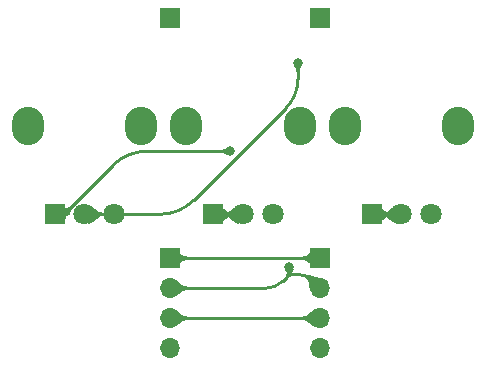
<source format=gbr>
%TF.GenerationSoftware,KiCad,Pcbnew,(6.0.1)*%
%TF.CreationDate,2022-07-11T12:53:36-07:00*%
%TF.ProjectId,ratt-rounded,72617474-2d72-46f7-956e-6465642e6b69,rev?*%
%TF.SameCoordinates,Original*%
%TF.FileFunction,Copper,L1,Top*%
%TF.FilePolarity,Positive*%
%FSLAX46Y46*%
G04 Gerber Fmt 4.6, Leading zero omitted, Abs format (unit mm)*
G04 Created by KiCad (PCBNEW (6.0.1)) date 2022-07-11 12:53:36*
%MOMM*%
%LPD*%
G01*
G04 APERTURE LIST*
%TA.AperFunction,ComponentPad*%
%ADD10O,2.720000X3.240000*%
%TD*%
%TA.AperFunction,ComponentPad*%
%ADD11R,1.800000X1.800000*%
%TD*%
%TA.AperFunction,ComponentPad*%
%ADD12C,1.800000*%
%TD*%
%TA.AperFunction,ComponentPad*%
%ADD13R,1.700000X1.700000*%
%TD*%
%TA.AperFunction,ComponentPad*%
%ADD14O,1.700000X1.700000*%
%TD*%
%TA.AperFunction,ViaPad*%
%ADD15C,0.800000*%
%TD*%
%TA.AperFunction,Conductor*%
%ADD16C,0.250000*%
%TD*%
G04 APERTURE END LIST*
D10*
%TO.P,RV1,*%
%TO.N,*%
X30810000Y-33350000D03*
X40410000Y-33350000D03*
D11*
%TO.P,RV1,1,1*%
%TO.N,Net-(D1-Pad2)*%
X33110000Y-40850000D03*
D12*
%TO.P,RV1,2,2*%
X35610000Y-40850000D03*
%TO.P,RV1,3,3*%
%TO.N,Net-(R4-Pad1)*%
X38110000Y-40850000D03*
%TD*%
D10*
%TO.P,RV2,*%
%TO.N,*%
X44215000Y-33350000D03*
X53815000Y-33350000D03*
D11*
%TO.P,RV2,1,1*%
%TO.N,Net-(C10-Pad1)*%
X46515000Y-40850000D03*
D12*
%TO.P,RV2,2,2*%
X49015000Y-40850000D03*
%TO.P,RV2,3,3*%
%TO.N,Net-(R8-Pad1)*%
X51515000Y-40850000D03*
%TD*%
D10*
%TO.P,RV3,*%
%TO.N,*%
X26975000Y-33350000D03*
X17375000Y-33350000D03*
D11*
%TO.P,RV3,1,1*%
%TO.N,Net-(C2-Pad1)*%
X19675000Y-40850000D03*
D12*
%TO.P,RV3,2,2*%
%TO.N,Net-(C8-Pad1)*%
X22175000Y-40850000D03*
%TO.P,RV3,3,3*%
X24675000Y-40850000D03*
%TD*%
D13*
%TO.P,J4,1,Pin_1*%
%TO.N,unconnected-(J4-Pad1)*%
X42100000Y-24240000D03*
%TD*%
%TO.P,J2,1,Pin_1*%
%TO.N,+9V*%
X42100000Y-44560000D03*
D14*
%TO.P,J2,2,Pin_2*%
%TO.N,GND*%
X42100000Y-47100000D03*
%TO.P,J2,3,Pin_3*%
%TO.N,INPUT*%
X42100000Y-49640000D03*
%TO.P,J2,4,Pin_4*%
%TO.N,OUTPUT*%
X42100000Y-52180000D03*
%TD*%
D13*
%TO.P,J1,1,Pin_1*%
%TO.N,+9V*%
X29400000Y-44560000D03*
D14*
%TO.P,J1,2,Pin_2*%
%TO.N,GND*%
X29400000Y-47100000D03*
%TO.P,J1,3,Pin_3*%
%TO.N,INPUT*%
X29400000Y-49640000D03*
%TO.P,J1,4,Pin_4*%
%TO.N,OUTPUT*%
X29400000Y-52180000D03*
%TD*%
D13*
%TO.P,J3,1,Pin_1*%
%TO.N,unconnected-(J3-Pad1)*%
X29400000Y-24240000D03*
%TD*%
D15*
%TO.N,GND*%
X39543500Y-45343000D03*
%TO.N,Net-(C2-Pad1)*%
X34490900Y-35503000D03*
%TO.N,Net-(C8-Pad1)*%
X40257700Y-28022900D03*
%TD*%
D16*
%TO.N,Net-(C8-Pad1)*%
X28547027Y-40849999D02*
G75*
G03*
X31432843Y-39654654I-4J4081170D01*
G01*
X39265310Y-31822189D02*
G75*
G03*
X40257700Y-29426350I-2395842J2395842D01*
G01*
X25925000Y-40850000D02*
X23425000Y-40850000D01*
%TO.N,Net-(C2-Pad1)*%
X20670550Y-40850000D02*
G75*
G03*
X20900300Y-40620250I-3J229753D01*
G01*
X24592455Y-36698344D02*
G75*
G02*
X27478272Y-35503000I2885813J-2885809D01*
G01*
X20900300Y-40620250D02*
G75*
G02*
X21062757Y-40228042I554663J2D01*
G01*
%TO.N,GND*%
X37537137Y-47099999D02*
G75*
G03*
X38955849Y-46512349I-3J2006366D01*
G01*
X39543499Y-45633850D02*
G75*
G02*
X39337836Y-46130361I-702183J5D01*
G01*
X39337837Y-46130362D02*
G75*
G02*
X39834350Y-45924700I496509J-496505D01*
G01*
X39834350Y-45924700D02*
G75*
G02*
X39543500Y-45633850I-2J290848D01*
G01*
X40234100Y-45924700D02*
G75*
G02*
X41413027Y-46413027I-1J-1667258D01*
G01*
X41413027Y-46413027D02*
X42100000Y-47100000D01*
X39834350Y-45924700D02*
X40234100Y-45924700D01*
X38955849Y-46512349D02*
X39337837Y-46130362D01*
X37537137Y-47100000D02*
X29400000Y-47100000D01*
X39543500Y-45633850D02*
X39543500Y-45343000D01*
%TO.N,INPUT*%
X29400000Y-49640000D02*
X42100000Y-49640000D01*
%TO.N,Net-(C2-Pad1)*%
X20670550Y-40850000D02*
X19675000Y-40850000D01*
X24592455Y-36698344D02*
X21062757Y-40228042D01*
X34490900Y-35503000D02*
X27478272Y-35503000D01*
%TO.N,Net-(C10-Pad1)*%
X49015000Y-40850000D02*
X46515000Y-40850000D01*
%TO.N,+9V*%
X29400000Y-44560000D02*
X42100000Y-44560000D01*
%TO.N,Net-(C8-Pad1)*%
X31432844Y-39654655D02*
X39265310Y-31822189D01*
X23425000Y-40850000D02*
X22175000Y-40850000D01*
X25925000Y-40850000D02*
X28547027Y-40850000D01*
X40257700Y-28022900D02*
X40257700Y-29426350D01*
%TO.N,Net-(D1-Pad2)*%
X35610000Y-40850000D02*
X33110000Y-40850000D01*
%TD*%
%TA.AperFunction,Conductor*%
%TO.N,GND*%
G36*
X39565978Y-45154059D02*
G01*
X39567257Y-45155817D01*
X39638779Y-45276232D01*
X39638781Y-45276235D01*
X39838737Y-45612878D01*
X39785462Y-45675521D01*
X39743962Y-45732764D01*
X39711037Y-45786236D01*
X39683486Y-45837568D01*
X39659452Y-45885704D01*
X39658449Y-45887712D01*
X39658448Y-45887713D01*
X39658116Y-45888379D01*
X39658079Y-45888452D01*
X39631821Y-45940116D01*
X39631604Y-45940524D01*
X39617764Y-45965242D01*
X39601254Y-45994727D01*
X39600884Y-45995340D01*
X39578248Y-46030488D01*
X39563259Y-46053760D01*
X39562793Y-46054432D01*
X39514591Y-46118891D01*
X39514095Y-46119509D01*
X39459718Y-46182792D01*
X39451727Y-46186834D01*
X39442950Y-46183803D01*
X39275230Y-46030488D01*
X39271436Y-46022376D01*
X39273818Y-46014760D01*
X39311150Y-45965775D01*
X39311151Y-45965774D01*
X39311556Y-45965242D01*
X39335889Y-45911114D01*
X39343297Y-45859788D01*
X39336743Y-45810170D01*
X39319195Y-45761163D01*
X39293616Y-45711673D01*
X39282158Y-45692576D01*
X39262973Y-45660603D01*
X39230351Y-45607058D01*
X39230110Y-45606643D01*
X39198591Y-45549773D01*
X39198153Y-45548899D01*
X39173845Y-45494835D01*
X39173578Y-45485884D01*
X39176783Y-45481257D01*
X39501629Y-45195144D01*
X39526991Y-45172806D01*
X39549464Y-45153012D01*
X39557938Y-45150115D01*
X39565978Y-45154059D01*
G37*
%TD.AperFunction*%
%TD*%
%TA.AperFunction,Conductor*%
%TO.N,GND*%
G36*
X39521823Y-45168009D02*
G01*
X39639207Y-45276952D01*
X39639208Y-45276954D01*
X39639822Y-45277524D01*
X39639823Y-45277525D01*
X39895101Y-45514445D01*
X39898834Y-45522585D01*
X39897345Y-45528747D01*
X39885746Y-45549413D01*
X39885438Y-45549930D01*
X39864480Y-45583150D01*
X39841112Y-45619358D01*
X39818112Y-45656517D01*
X39798095Y-45692846D01*
X39783679Y-45726564D01*
X39777480Y-45755890D01*
X39782115Y-45779042D01*
X39783640Y-45780324D01*
X39783641Y-45780325D01*
X39798981Y-45793216D01*
X39798982Y-45793217D01*
X39800199Y-45794239D01*
X39824499Y-45798125D01*
X39832126Y-45802815D01*
X39834350Y-45809678D01*
X39834350Y-46036054D01*
X39830923Y-46044327D01*
X39822650Y-46047754D01*
X39820865Y-46047617D01*
X39780776Y-46041429D01*
X39776887Y-46040098D01*
X39738359Y-46018732D01*
X39735387Y-46016383D01*
X39706260Y-45984433D01*
X39704714Y-45982296D01*
X39682232Y-45942375D01*
X39681597Y-45941061D01*
X39663413Y-45896571D01*
X39663247Y-45896142D01*
X39660247Y-45887890D01*
X39660246Y-45887889D01*
X39646818Y-45850957D01*
X39629473Y-45809246D01*
X39608398Y-45774895D01*
X39580704Y-45751586D01*
X39543502Y-45742999D01*
X39502194Y-45177437D01*
X39505009Y-45168937D01*
X39513011Y-45164916D01*
X39521823Y-45168009D01*
G37*
%TD.AperFunction*%
%TD*%
%TA.AperFunction,Conductor*%
%TO.N,GND*%
G36*
X40844620Y-45901431D02*
G01*
X40942076Y-45928489D01*
X40942099Y-45928495D01*
X40942106Y-45928497D01*
X41002548Y-45944593D01*
X41128466Y-45978127D01*
X41128475Y-45978129D01*
X41288623Y-46018894D01*
X41288735Y-46018922D01*
X41430481Y-46053514D01*
X41430530Y-46053526D01*
X41430551Y-46053531D01*
X41561690Y-46084641D01*
X41690087Y-46114972D01*
X41823458Y-46147194D01*
X41907349Y-46168320D01*
X41969577Y-46183991D01*
X41969710Y-46184026D01*
X42025285Y-46198718D01*
X42136271Y-46228058D01*
X42323247Y-46279846D01*
X42330305Y-46285356D01*
X42331802Y-46290398D01*
X42359061Y-46730765D01*
X42388405Y-47204795D01*
X42399736Y-47387851D01*
X42396826Y-47396320D01*
X42388781Y-47400252D01*
X42387831Y-47400272D01*
X42078221Y-47394219D01*
X41305733Y-47379118D01*
X41297529Y-47375530D01*
X41294708Y-47370619D01*
X41247577Y-47204795D01*
X41247324Y-47203711D01*
X41216791Y-47037610D01*
X41216691Y-47036968D01*
X41196661Y-46879095D01*
X41196651Y-46879014D01*
X41178901Y-46730922D01*
X41178900Y-46730916D01*
X41178882Y-46730765D01*
X41155064Y-46593366D01*
X41116873Y-46467972D01*
X41055979Y-46355654D01*
X40964048Y-46257486D01*
X40963418Y-46257088D01*
X40833259Y-46174862D01*
X40833255Y-46174860D01*
X40832750Y-46174541D01*
X40672807Y-46114986D01*
X40663864Y-46111656D01*
X40657307Y-46105557D01*
X40656688Y-46097507D01*
X40718608Y-45878530D01*
X40724157Y-45871502D01*
X40732996Y-45870440D01*
X40844620Y-45901431D01*
G37*
%TD.AperFunction*%
%TD*%
%TA.AperFunction,Conductor*%
%TO.N,GND*%
G36*
X29778034Y-46339102D02*
G01*
X29928744Y-46421224D01*
X29929663Y-46421781D01*
X30060713Y-46509682D01*
X30061357Y-46510149D01*
X30141073Y-46572172D01*
X30173688Y-46597548D01*
X30173984Y-46597786D01*
X30275455Y-46682167D01*
X30373741Y-46760804D01*
X30476548Y-46830978D01*
X30591726Y-46890085D01*
X30662846Y-46913953D01*
X30726721Y-46935390D01*
X30726724Y-46935391D01*
X30727127Y-46935526D01*
X30836165Y-46954983D01*
X30890241Y-46964633D01*
X30890245Y-46964633D01*
X30890601Y-46964697D01*
X30890969Y-46964716D01*
X31078904Y-46974427D01*
X31086989Y-46978276D01*
X31090000Y-46986111D01*
X31090000Y-47213889D01*
X31086573Y-47222162D01*
X31078904Y-47225573D01*
X30899259Y-47234855D01*
X30890601Y-47235302D01*
X30890245Y-47235366D01*
X30890241Y-47235366D01*
X30836165Y-47245016D01*
X30727127Y-47264473D01*
X30726724Y-47264608D01*
X30726721Y-47264609D01*
X30662846Y-47286046D01*
X30591726Y-47309914D01*
X30476548Y-47369021D01*
X30373741Y-47439195D01*
X30275455Y-47517832D01*
X30275417Y-47517864D01*
X30173984Y-47602213D01*
X30173688Y-47602451D01*
X30061357Y-47689850D01*
X30060713Y-47690317D01*
X29959073Y-47758492D01*
X29929663Y-47778218D01*
X29928744Y-47778775D01*
X29781413Y-47859057D01*
X29778034Y-47860898D01*
X29769130Y-47861847D01*
X29764326Y-47859057D01*
X29497487Y-47602451D01*
X28983769Y-47108433D01*
X28980181Y-47100229D01*
X28983769Y-47091567D01*
X29093431Y-46986111D01*
X29764326Y-46340943D01*
X29772665Y-46337678D01*
X29778034Y-46339102D01*
G37*
%TD.AperFunction*%
%TD*%
%TA.AperFunction,Conductor*%
%TO.N,INPUT*%
G36*
X41735674Y-48880943D02*
G01*
X42406570Y-49526111D01*
X42516231Y-49631567D01*
X42519819Y-49639771D01*
X42516231Y-49648433D01*
X42002513Y-50142451D01*
X41735674Y-50399057D01*
X41727335Y-50402322D01*
X41721966Y-50400898D01*
X41571255Y-50318775D01*
X41570336Y-50318218D01*
X41540926Y-50298492D01*
X41439286Y-50230317D01*
X41438642Y-50229850D01*
X41326311Y-50142451D01*
X41326015Y-50142213D01*
X41224582Y-50057864D01*
X41224544Y-50057832D01*
X41126258Y-49979195D01*
X41023451Y-49909021D01*
X40908273Y-49849914D01*
X40837153Y-49826046D01*
X40773278Y-49804609D01*
X40773275Y-49804608D01*
X40772872Y-49804473D01*
X40663834Y-49785016D01*
X40609758Y-49775366D01*
X40609754Y-49775366D01*
X40609398Y-49775302D01*
X40600763Y-49774856D01*
X40421096Y-49765573D01*
X40413011Y-49761724D01*
X40410000Y-49753889D01*
X40410000Y-49526111D01*
X40413427Y-49517838D01*
X40421096Y-49514427D01*
X40609030Y-49504716D01*
X40609398Y-49504697D01*
X40609754Y-49504633D01*
X40609758Y-49504633D01*
X40663834Y-49494983D01*
X40772872Y-49475526D01*
X40773275Y-49475391D01*
X40773278Y-49475390D01*
X40837153Y-49453953D01*
X40908273Y-49430085D01*
X41023451Y-49370978D01*
X41126258Y-49300804D01*
X41224544Y-49222167D01*
X41326015Y-49137786D01*
X41326311Y-49137548D01*
X41358926Y-49112172D01*
X41438642Y-49050149D01*
X41439286Y-49049682D01*
X41570336Y-48961781D01*
X41571255Y-48961224D01*
X41721966Y-48879102D01*
X41730870Y-48878153D01*
X41735674Y-48880943D01*
G37*
%TD.AperFunction*%
%TD*%
%TA.AperFunction,Conductor*%
%TO.N,INPUT*%
G36*
X29778034Y-48879102D02*
G01*
X29928744Y-48961224D01*
X29929663Y-48961781D01*
X30060713Y-49049682D01*
X30061357Y-49050149D01*
X30141073Y-49112172D01*
X30173688Y-49137548D01*
X30173984Y-49137786D01*
X30275455Y-49222167D01*
X30373741Y-49300804D01*
X30476548Y-49370978D01*
X30591726Y-49430085D01*
X30662846Y-49453953D01*
X30726721Y-49475390D01*
X30726724Y-49475391D01*
X30727127Y-49475526D01*
X30836165Y-49494983D01*
X30890241Y-49504633D01*
X30890245Y-49504633D01*
X30890601Y-49504697D01*
X30890969Y-49504716D01*
X31078904Y-49514427D01*
X31086989Y-49518276D01*
X31090000Y-49526111D01*
X31090000Y-49753889D01*
X31086573Y-49762162D01*
X31078904Y-49765573D01*
X30899259Y-49774855D01*
X30890601Y-49775302D01*
X30890245Y-49775366D01*
X30890241Y-49775366D01*
X30836165Y-49785016D01*
X30727127Y-49804473D01*
X30726724Y-49804608D01*
X30726721Y-49804609D01*
X30662846Y-49826046D01*
X30591726Y-49849914D01*
X30476548Y-49909021D01*
X30373741Y-49979195D01*
X30275455Y-50057832D01*
X30275417Y-50057864D01*
X30173984Y-50142213D01*
X30173688Y-50142451D01*
X30061357Y-50229850D01*
X30060713Y-50230317D01*
X29959073Y-50298492D01*
X29929663Y-50318218D01*
X29928744Y-50318775D01*
X29781413Y-50399057D01*
X29778034Y-50400898D01*
X29769130Y-50401847D01*
X29764326Y-50399057D01*
X29497487Y-50142451D01*
X28983769Y-49648433D01*
X28980181Y-49640229D01*
X28983769Y-49631567D01*
X29093431Y-49526111D01*
X29764326Y-48880943D01*
X29772665Y-48877678D01*
X29778034Y-48879102D01*
G37*
%TD.AperFunction*%
%TD*%
%TA.AperFunction,Conductor*%
%TO.N,Net-(C2-Pad1)*%
G36*
X20074737Y-40043832D02*
G01*
X20172623Y-40094262D01*
X20172918Y-40094420D01*
X20271210Y-40148792D01*
X20364063Y-40199568D01*
X20452788Y-40242882D01*
X20453041Y-40242976D01*
X20453052Y-40242981D01*
X20514291Y-40265800D01*
X20538841Y-40274948D01*
X20539287Y-40275037D01*
X20539292Y-40275039D01*
X20623050Y-40291855D01*
X20623678Y-40291981D01*
X20624316Y-40291968D01*
X20624320Y-40291968D01*
X20708009Y-40290210D01*
X20708012Y-40290210D01*
X20708754Y-40290194D01*
X20732824Y-40283427D01*
X20794847Y-40265991D01*
X20794850Y-40265990D01*
X20795525Y-40265800D01*
X20836104Y-40242882D01*
X20884954Y-40215292D01*
X20884955Y-40215291D01*
X20885446Y-40215014D01*
X20885872Y-40214649D01*
X20885875Y-40214647D01*
X20920717Y-40184804D01*
X20971750Y-40141094D01*
X20980262Y-40138315D01*
X20987633Y-40141707D01*
X21148744Y-40302818D01*
X21152171Y-40311091D01*
X21149012Y-40319088D01*
X21021043Y-40455766D01*
X21020897Y-40455922D01*
X20915689Y-40586227D01*
X20833910Y-40704990D01*
X20768345Y-40815465D01*
X20749455Y-40850675D01*
X20711779Y-40920903D01*
X20711767Y-40920925D01*
X20657084Y-41024392D01*
X20656892Y-41024740D01*
X20596974Y-41129346D01*
X20596572Y-41129998D01*
X20524184Y-41239131D01*
X20523628Y-41239900D01*
X20431492Y-41356973D01*
X20430873Y-41357697D01*
X20317784Y-41479515D01*
X20309643Y-41483247D01*
X20303295Y-41481650D01*
X19238338Y-40857813D01*
X19232932Y-40850675D01*
X19234157Y-40841804D01*
X19236142Y-40839285D01*
X19261053Y-40815330D01*
X19785399Y-40311091D01*
X20061269Y-40045800D01*
X20069608Y-40042535D01*
X20074737Y-40043832D01*
G37*
%TD.AperFunction*%
%TD*%
%TA.AperFunction,Conductor*%
%TO.N,Net-(C2-Pad1)*%
G36*
X34322603Y-35148826D02*
G01*
X34682131Y-35494567D01*
X34685719Y-35502771D01*
X34682131Y-35511433D01*
X34322603Y-35857174D01*
X34314265Y-35860439D01*
X34309091Y-35859119D01*
X34246894Y-35826736D01*
X34246365Y-35826443D01*
X34237639Y-35821311D01*
X34186961Y-35791503D01*
X34186685Y-35791333D01*
X34134090Y-35758118D01*
X34134088Y-35758115D01*
X34134087Y-35758116D01*
X34085337Y-35727310D01*
X34085327Y-35727304D01*
X34085259Y-35727261D01*
X34037252Y-35699476D01*
X34037050Y-35699379D01*
X34037044Y-35699376D01*
X33987239Y-35675506D01*
X33986964Y-35675374D01*
X33931289Y-35655564D01*
X33905457Y-35649563D01*
X33867424Y-35640728D01*
X33867421Y-35640728D01*
X33867122Y-35640658D01*
X33866813Y-35640620D01*
X33866809Y-35640619D01*
X33822786Y-35635162D01*
X33791361Y-35631266D01*
X33735770Y-35629259D01*
X33712178Y-35628407D01*
X33704034Y-35624684D01*
X33700900Y-35616715D01*
X33700900Y-35389285D01*
X33704327Y-35381012D01*
X33712178Y-35377593D01*
X33745112Y-35376403D01*
X33791361Y-35374733D01*
X33822786Y-35370837D01*
X33866809Y-35365380D01*
X33866813Y-35365379D01*
X33867122Y-35365341D01*
X33867421Y-35365271D01*
X33867424Y-35365271D01*
X33930970Y-35350509D01*
X33930968Y-35350509D01*
X33931289Y-35350435D01*
X33986964Y-35330625D01*
X34006666Y-35321182D01*
X34037044Y-35306623D01*
X34037050Y-35306620D01*
X34037252Y-35306523D01*
X34085259Y-35278738D01*
X34134087Y-35247883D01*
X34186685Y-35214666D01*
X34186961Y-35214496D01*
X34246365Y-35179556D01*
X34246894Y-35179263D01*
X34254779Y-35175158D01*
X34309091Y-35146881D01*
X34318011Y-35146100D01*
X34322603Y-35148826D01*
G37*
%TD.AperFunction*%
%TD*%
%TA.AperFunction,Conductor*%
%TO.N,Net-(C10-Pad1)*%
G36*
X46914831Y-40044112D02*
G01*
X47075380Y-40131777D01*
X47076317Y-40132347D01*
X47215331Y-40226144D01*
X47216013Y-40226641D01*
X47271035Y-40269851D01*
X47334993Y-40320080D01*
X47335261Y-40320298D01*
X47442600Y-40410651D01*
X47546295Y-40494805D01*
X47546303Y-40494811D01*
X47546462Y-40494940D01*
X47655098Y-40570234D01*
X47776891Y-40633710D01*
X47920218Y-40682544D01*
X48093461Y-40713915D01*
X48305000Y-40725000D01*
X48305000Y-40975000D01*
X48093461Y-40986084D01*
X47920218Y-41017455D01*
X47776891Y-41066289D01*
X47655098Y-41129765D01*
X47546462Y-41205059D01*
X47546303Y-41205188D01*
X47546295Y-41205194D01*
X47442600Y-41289348D01*
X47335261Y-41379701D01*
X47334993Y-41379919D01*
X47271035Y-41430148D01*
X47216013Y-41473358D01*
X47215331Y-41473855D01*
X47076317Y-41567652D01*
X47075380Y-41568222D01*
X46914831Y-41655888D01*
X46905928Y-41656845D01*
X46901116Y-41654053D01*
X46073769Y-40858433D01*
X46070181Y-40850229D01*
X46073769Y-40841567D01*
X46194836Y-40725143D01*
X46901115Y-40045947D01*
X46909453Y-40042683D01*
X46914831Y-40044112D01*
G37*
%TD.AperFunction*%
%TD*%
%TA.AperFunction,Conductor*%
%TO.N,Net-(C10-Pad1)*%
G36*
X48628884Y-40045947D02*
G01*
X49335314Y-40725287D01*
X49456231Y-40841567D01*
X49459819Y-40849771D01*
X49456231Y-40858433D01*
X48628885Y-41654053D01*
X48620547Y-41657317D01*
X48615169Y-41655888D01*
X48454619Y-41568222D01*
X48453682Y-41567652D01*
X48314668Y-41473855D01*
X48313986Y-41473358D01*
X48258964Y-41430148D01*
X48195006Y-41379919D01*
X48194738Y-41379701D01*
X48087399Y-41289348D01*
X47983704Y-41205194D01*
X47983696Y-41205188D01*
X47983537Y-41205059D01*
X47874901Y-41129765D01*
X47753108Y-41066289D01*
X47609781Y-41017455D01*
X47436538Y-40986084D01*
X47225000Y-40975000D01*
X47225000Y-40725000D01*
X47436538Y-40713915D01*
X47609781Y-40682544D01*
X47753108Y-40633710D01*
X47765000Y-40627512D01*
X47874901Y-40570234D01*
X47983537Y-40494940D01*
X47983696Y-40494811D01*
X47983704Y-40494805D01*
X48087399Y-40410651D01*
X48194738Y-40320298D01*
X48195006Y-40320080D01*
X48258964Y-40269851D01*
X48313986Y-40226641D01*
X48314668Y-40226144D01*
X48453682Y-40132347D01*
X48454619Y-40131777D01*
X48615169Y-40044112D01*
X48624072Y-40043155D01*
X48628884Y-40045947D01*
G37*
%TD.AperFunction*%
%TD*%
%TA.AperFunction,Conductor*%
%TO.N,+9V*%
G36*
X41735674Y-43800943D02*
G01*
X42406570Y-44446111D01*
X42516231Y-44551567D01*
X42519819Y-44559771D01*
X42516231Y-44568433D01*
X42002513Y-45062451D01*
X41735674Y-45319057D01*
X41727335Y-45322322D01*
X41721966Y-45320898D01*
X41571255Y-45238775D01*
X41570336Y-45238218D01*
X41540926Y-45218492D01*
X41439286Y-45150317D01*
X41438642Y-45149850D01*
X41326311Y-45062451D01*
X41326015Y-45062213D01*
X41224582Y-44977864D01*
X41224544Y-44977832D01*
X41126258Y-44899195D01*
X41023451Y-44829021D01*
X40908273Y-44769914D01*
X40837153Y-44746046D01*
X40773278Y-44724609D01*
X40773275Y-44724608D01*
X40772872Y-44724473D01*
X40663834Y-44705016D01*
X40609758Y-44695366D01*
X40609754Y-44695366D01*
X40609398Y-44695302D01*
X40600763Y-44694856D01*
X40421096Y-44685573D01*
X40413011Y-44681724D01*
X40410000Y-44673889D01*
X40410000Y-44446111D01*
X40413427Y-44437838D01*
X40421096Y-44434427D01*
X40609030Y-44424716D01*
X40609398Y-44424697D01*
X40609754Y-44424633D01*
X40609758Y-44424633D01*
X40663834Y-44414983D01*
X40772872Y-44395526D01*
X40773275Y-44395391D01*
X40773278Y-44395390D01*
X40837153Y-44373953D01*
X40908273Y-44350085D01*
X41023451Y-44290978D01*
X41126258Y-44220804D01*
X41224544Y-44142167D01*
X41326015Y-44057786D01*
X41326311Y-44057548D01*
X41358926Y-44032172D01*
X41438642Y-43970149D01*
X41439286Y-43969682D01*
X41570336Y-43881781D01*
X41571255Y-43881224D01*
X41721966Y-43799102D01*
X41730870Y-43798153D01*
X41735674Y-43800943D01*
G37*
%TD.AperFunction*%
%TD*%
%TA.AperFunction,Conductor*%
%TO.N,+9V*%
G36*
X29778034Y-43799102D02*
G01*
X29928744Y-43881224D01*
X29929663Y-43881781D01*
X30060713Y-43969682D01*
X30061357Y-43970149D01*
X30141073Y-44032172D01*
X30173688Y-44057548D01*
X30173984Y-44057786D01*
X30275455Y-44142167D01*
X30373741Y-44220804D01*
X30476548Y-44290978D01*
X30591726Y-44350085D01*
X30662846Y-44373953D01*
X30726721Y-44395390D01*
X30726724Y-44395391D01*
X30727127Y-44395526D01*
X30836165Y-44414983D01*
X30890241Y-44424633D01*
X30890245Y-44424633D01*
X30890601Y-44424697D01*
X30890969Y-44424716D01*
X31078904Y-44434427D01*
X31086989Y-44438276D01*
X31090000Y-44446111D01*
X31090000Y-44673889D01*
X31086573Y-44682162D01*
X31078904Y-44685573D01*
X30899259Y-44694855D01*
X30890601Y-44695302D01*
X30890245Y-44695366D01*
X30890241Y-44695366D01*
X30836165Y-44705016D01*
X30727127Y-44724473D01*
X30726724Y-44724608D01*
X30726721Y-44724609D01*
X30662846Y-44746046D01*
X30591726Y-44769914D01*
X30476548Y-44829021D01*
X30373741Y-44899195D01*
X30275455Y-44977832D01*
X30275417Y-44977864D01*
X30173984Y-45062213D01*
X30173688Y-45062451D01*
X30061357Y-45149850D01*
X30060713Y-45150317D01*
X29959073Y-45218492D01*
X29929663Y-45238218D01*
X29928744Y-45238775D01*
X29781413Y-45319057D01*
X29778034Y-45320898D01*
X29769130Y-45321847D01*
X29764326Y-45319057D01*
X29497487Y-45062451D01*
X28983769Y-44568433D01*
X28980181Y-44560229D01*
X28983769Y-44551567D01*
X29093431Y-44446111D01*
X29764326Y-43800943D01*
X29772665Y-43797678D01*
X29778034Y-43799102D01*
G37*
%TD.AperFunction*%
%TD*%
%TA.AperFunction,Conductor*%
%TO.N,Net-(C8-Pad1)*%
G36*
X22574828Y-40044105D02*
G01*
X22736415Y-40132203D01*
X22737334Y-40132760D01*
X22877326Y-40226819D01*
X22877998Y-40227307D01*
X22997850Y-40320820D01*
X22998140Y-40321053D01*
X23106370Y-40411399D01*
X23211117Y-40495589D01*
X23320667Y-40570733D01*
X23443425Y-40634037D01*
X23587796Y-40682711D01*
X23762186Y-40713962D01*
X23797717Y-40715805D01*
X23963906Y-40724425D01*
X23971991Y-40728276D01*
X23975000Y-40736109D01*
X23975000Y-40963891D01*
X23971573Y-40972164D01*
X23963906Y-40975575D01*
X23801194Y-40984014D01*
X23762186Y-40986037D01*
X23587796Y-41017288D01*
X23443425Y-41065962D01*
X23320667Y-41129266D01*
X23211117Y-41204410D01*
X23210928Y-41204562D01*
X23106370Y-41288600D01*
X22998151Y-41378937D01*
X22997850Y-41379179D01*
X22877998Y-41472692D01*
X22877326Y-41473180D01*
X22737334Y-41567239D01*
X22736415Y-41567796D01*
X22574829Y-41655895D01*
X22565926Y-41656847D01*
X22561119Y-41654056D01*
X22275281Y-41379179D01*
X21733769Y-40858433D01*
X21730181Y-40850229D01*
X21733769Y-40841567D01*
X21843433Y-40736109D01*
X22561119Y-40045944D01*
X22569458Y-40042679D01*
X22574828Y-40044105D01*
G37*
%TD.AperFunction*%
%TD*%
%TA.AperFunction,Conductor*%
%TO.N,Net-(C8-Pad1)*%
G36*
X40266133Y-27831669D02*
G01*
X40611874Y-28191197D01*
X40615139Y-28199535D01*
X40613819Y-28204709D01*
X40581436Y-28266905D01*
X40581143Y-28267434D01*
X40546213Y-28326821D01*
X40546020Y-28327136D01*
X40512818Y-28379709D01*
X40512815Y-28379711D01*
X40512816Y-28379712D01*
X40481961Y-28428540D01*
X40454176Y-28476547D01*
X40430074Y-28526835D01*
X40410264Y-28582510D01*
X40395358Y-28646677D01*
X40385966Y-28722438D01*
X40385957Y-28722699D01*
X40383107Y-28801622D01*
X40379384Y-28809766D01*
X40371415Y-28812900D01*
X40143985Y-28812900D01*
X40135712Y-28809473D01*
X40132293Y-28801622D01*
X40129442Y-28722699D01*
X40129433Y-28722438D01*
X40120041Y-28646677D01*
X40105135Y-28582510D01*
X40085325Y-28526835D01*
X40061223Y-28476547D01*
X40033438Y-28428540D01*
X40002583Y-28379712D01*
X39969366Y-28327114D01*
X39969186Y-28326821D01*
X39934256Y-28267434D01*
X39933963Y-28266905D01*
X39901581Y-28204710D01*
X39900800Y-28195789D01*
X39903526Y-28191197D01*
X40249267Y-27831669D01*
X40257471Y-27828081D01*
X40266133Y-27831669D01*
G37*
%TD.AperFunction*%
%TD*%
%TA.AperFunction,Conductor*%
%TO.N,Net-(D1-Pad2)*%
G36*
X33509831Y-40044112D02*
G01*
X33670380Y-40131777D01*
X33671317Y-40132347D01*
X33810331Y-40226144D01*
X33811013Y-40226641D01*
X33866035Y-40269851D01*
X33929993Y-40320080D01*
X33930261Y-40320298D01*
X34037600Y-40410651D01*
X34141295Y-40494805D01*
X34141303Y-40494811D01*
X34141462Y-40494940D01*
X34250098Y-40570234D01*
X34371891Y-40633710D01*
X34515218Y-40682544D01*
X34688461Y-40713915D01*
X34900000Y-40725000D01*
X34900000Y-40975000D01*
X34688461Y-40986084D01*
X34515218Y-41017455D01*
X34371891Y-41066289D01*
X34250098Y-41129765D01*
X34141462Y-41205059D01*
X34141303Y-41205188D01*
X34141295Y-41205194D01*
X34037600Y-41289348D01*
X33930261Y-41379701D01*
X33929993Y-41379919D01*
X33866035Y-41430148D01*
X33811013Y-41473358D01*
X33810331Y-41473855D01*
X33671317Y-41567652D01*
X33670380Y-41568222D01*
X33509831Y-41655888D01*
X33500928Y-41656845D01*
X33496116Y-41654053D01*
X32668769Y-40858433D01*
X32665181Y-40850229D01*
X32668769Y-40841567D01*
X32789836Y-40725143D01*
X33496115Y-40045947D01*
X33504453Y-40042683D01*
X33509831Y-40044112D01*
G37*
%TD.AperFunction*%
%TD*%
%TA.AperFunction,Conductor*%
%TO.N,Net-(D1-Pad2)*%
G36*
X35223884Y-40045947D02*
G01*
X35930314Y-40725287D01*
X36051231Y-40841567D01*
X36054819Y-40849771D01*
X36051231Y-40858433D01*
X35223885Y-41654053D01*
X35215547Y-41657317D01*
X35210169Y-41655888D01*
X35049619Y-41568222D01*
X35048682Y-41567652D01*
X34909668Y-41473855D01*
X34908986Y-41473358D01*
X34853964Y-41430148D01*
X34790006Y-41379919D01*
X34789738Y-41379701D01*
X34682399Y-41289348D01*
X34578704Y-41205194D01*
X34578696Y-41205188D01*
X34578537Y-41205059D01*
X34469901Y-41129765D01*
X34348108Y-41066289D01*
X34204781Y-41017455D01*
X34031538Y-40986084D01*
X33820000Y-40975000D01*
X33820000Y-40725000D01*
X34031538Y-40713915D01*
X34204781Y-40682544D01*
X34348108Y-40633710D01*
X34360000Y-40627512D01*
X34469901Y-40570234D01*
X34578537Y-40494940D01*
X34578696Y-40494811D01*
X34578704Y-40494805D01*
X34682399Y-40410651D01*
X34789738Y-40320298D01*
X34790006Y-40320080D01*
X34853964Y-40269851D01*
X34908986Y-40226641D01*
X34909668Y-40226144D01*
X35048682Y-40132347D01*
X35049619Y-40131777D01*
X35210169Y-40044112D01*
X35219072Y-40043155D01*
X35223884Y-40045947D01*
G37*
%TD.AperFunction*%
%TD*%
M02*

</source>
